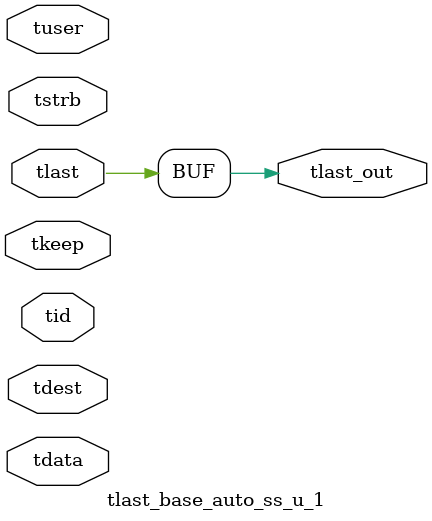
<source format=v>


`timescale 1ps/1ps

module tlast_base_auto_ss_u_1 #
(
parameter C_S_AXIS_TID_WIDTH   = 1,
parameter C_S_AXIS_TUSER_WIDTH = 0,
parameter C_S_AXIS_TDATA_WIDTH = 0,
parameter C_S_AXIS_TDEST_WIDTH = 0
)
(
input  [(C_S_AXIS_TID_WIDTH   == 0 ? 1 : C_S_AXIS_TID_WIDTH)-1:0       ] tid,
input  [(C_S_AXIS_TDATA_WIDTH == 0 ? 1 : C_S_AXIS_TDATA_WIDTH)-1:0     ] tdata,
input  [(C_S_AXIS_TUSER_WIDTH == 0 ? 1 : C_S_AXIS_TUSER_WIDTH)-1:0     ] tuser,
input  [(C_S_AXIS_TDEST_WIDTH == 0 ? 1 : C_S_AXIS_TDEST_WIDTH)-1:0     ] tdest,
input  [(C_S_AXIS_TDATA_WIDTH/8)-1:0 ] tkeep,
input  [(C_S_AXIS_TDATA_WIDTH/8)-1:0 ] tstrb,
input  [0:0]                                                             tlast,
output                                                                   tlast_out
);

assign tlast_out = {tlast};

endmodule


</source>
